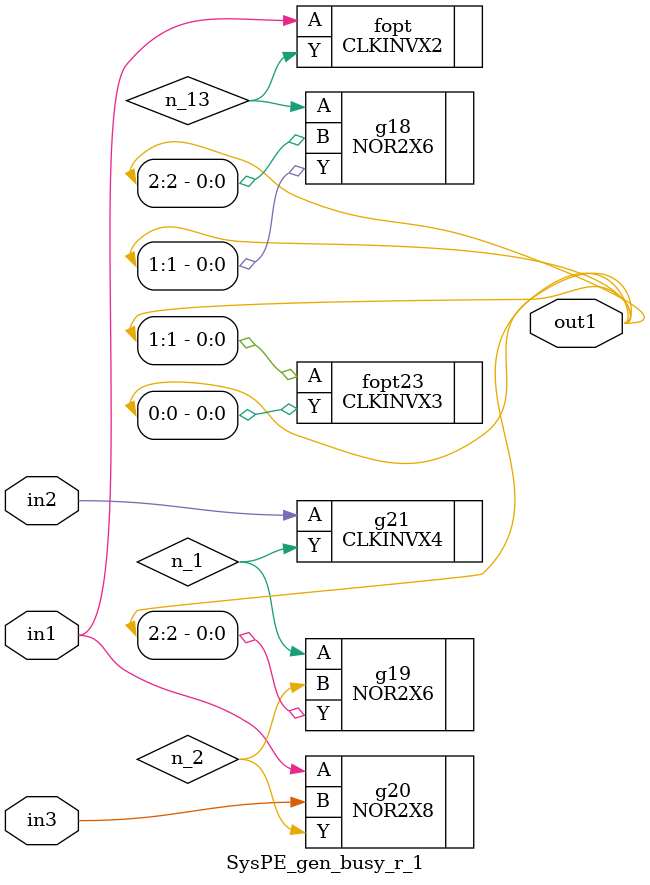
<source format=v>
`timescale 1ps / 1ps


module SysPE_gen_busy_r_1(in1, in2, in3, out1);
  input in1, in2, in3;
  output [2:0] out1;
  wire in1, in2, in3;
  wire [2:0] out1;
  wire n_1, n_2, n_13;
  NOR2X6 g18(.A (n_13), .B (out1[2]), .Y (out1[1]));
  NOR2X6 g19(.A (n_1), .B (n_2), .Y (out1[2]));
  NOR2X8 g20(.A (in1), .B (in3), .Y (n_2));
  CLKINVX4 g21(.A (in2), .Y (n_1));
  CLKINVX2 fopt(.A (in1), .Y (n_13));
  CLKINVX3 fopt23(.A (out1[1]), .Y (out1[0]));
endmodule



</source>
